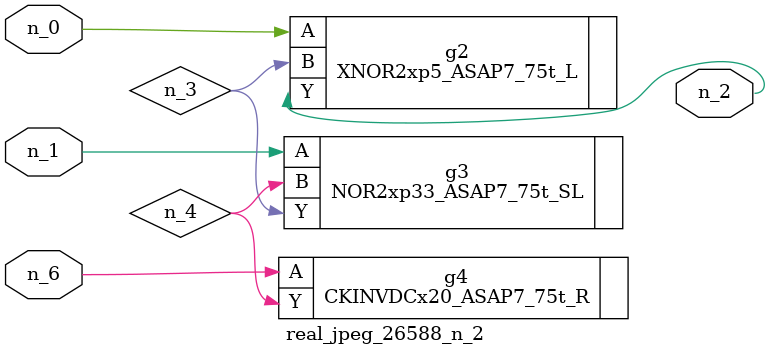
<source format=v>
module real_jpeg_26588_n_2 (n_6, n_1, n_0, n_2);

input n_6;
input n_1;
input n_0;

output n_2;

wire n_4;
wire n_3;

XNOR2xp5_ASAP7_75t_L g2 ( 
.A(n_0),
.B(n_3),
.Y(n_2)
);

NOR2xp33_ASAP7_75t_SL g3 ( 
.A(n_1),
.B(n_4),
.Y(n_3)
);

CKINVDCx20_ASAP7_75t_R g4 ( 
.A(n_6),
.Y(n_4)
);


endmodule
</source>
